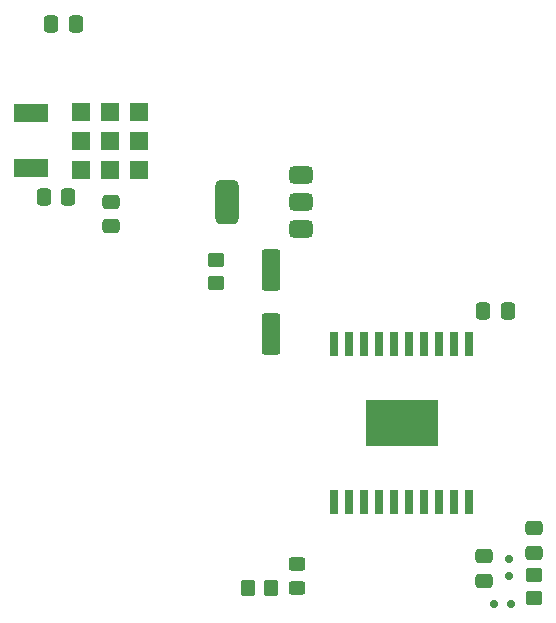
<source format=gbr>
%TF.GenerationSoftware,KiCad,Pcbnew,8.0.2*%
%TF.CreationDate,2024-10-27T19:27:45+01:00*%
%TF.ProjectId,CalkaBot_PCB,43616c6b-6142-46f7-945f-5043422e6b69,rev?*%
%TF.SameCoordinates,Original*%
%TF.FileFunction,Paste,Top*%
%TF.FilePolarity,Positive*%
%FSLAX46Y46*%
G04 Gerber Fmt 4.6, Leading zero omitted, Abs format (unit mm)*
G04 Created by KiCad (PCBNEW 8.0.2) date 2024-10-27 19:27:45*
%MOMM*%
%LPD*%
G01*
G04 APERTURE LIST*
G04 Aperture macros list*
%AMRoundRect*
0 Rectangle with rounded corners*
0 $1 Rounding radius*
0 $2 $3 $4 $5 $6 $7 $8 $9 X,Y pos of 4 corners*
0 Add a 4 corners polygon primitive as box body*
4,1,4,$2,$3,$4,$5,$6,$7,$8,$9,$2,$3,0*
0 Add four circle primitives for the rounded corners*
1,1,$1+$1,$2,$3*
1,1,$1+$1,$4,$5*
1,1,$1+$1,$6,$7*
1,1,$1+$1,$8,$9*
0 Add four rect primitives between the rounded corners*
20,1,$1+$1,$2,$3,$4,$5,0*
20,1,$1+$1,$4,$5,$6,$7,0*
20,1,$1+$1,$6,$7,$8,$9,0*
20,1,$1+$1,$8,$9,$2,$3,0*%
G04 Aperture macros list end*
%ADD10C,0.010000*%
%ADD11RoundRect,0.250000X-0.450000X0.325000X-0.450000X-0.325000X0.450000X-0.325000X0.450000X0.325000X0*%
%ADD12RoundRect,0.250000X-0.350000X-0.450000X0.350000X-0.450000X0.350000X0.450000X-0.350000X0.450000X0*%
%ADD13R,0.700000X2.000000*%
%ADD14RoundRect,0.250000X-0.450000X0.350000X-0.450000X-0.350000X0.450000X-0.350000X0.450000X0.350000X0*%
%ADD15RoundRect,0.250000X0.550000X-1.500000X0.550000X1.500000X-0.550000X1.500000X-0.550000X-1.500000X0*%
%ADD16RoundRect,0.375000X0.625000X0.375000X-0.625000X0.375000X-0.625000X-0.375000X0.625000X-0.375000X0*%
%ADD17RoundRect,0.500000X0.500000X1.400000X-0.500000X1.400000X-0.500000X-1.400000X0.500000X-1.400000X0*%
%ADD18RoundRect,0.250000X-0.337500X-0.475000X0.337500X-0.475000X0.337500X0.475000X-0.337500X0.475000X0*%
%ADD19RoundRect,0.250000X0.475000X-0.337500X0.475000X0.337500X-0.475000X0.337500X-0.475000X-0.337500X0*%
%ADD20RoundRect,0.150000X-0.200000X0.150000X-0.200000X-0.150000X0.200000X-0.150000X0.200000X0.150000X0*%
%ADD21RoundRect,0.250000X-0.475000X0.337500X-0.475000X-0.337500X0.475000X-0.337500X0.475000X0.337500X0*%
%ADD22R,3.000000X1.600000*%
%ADD23RoundRect,0.150000X0.150000X0.200000X-0.150000X0.200000X-0.150000X-0.200000X0.150000X-0.200000X0*%
%ADD24RoundRect,0.250000X0.450000X-0.350000X0.450000X0.350000X-0.450000X0.350000X-0.450000X-0.350000X0*%
G04 APERTURE END LIST*
D10*
%TO.C,CR1*%
X92415000Y-69900000D02*
X86413940Y-69900000D01*
X86413940Y-66099330D01*
X92415000Y-66099330D01*
X92415000Y-69900000D01*
G36*
X92415000Y-69900000D02*
G01*
X86413940Y-69900000D01*
X86413940Y-66099330D01*
X92415000Y-66099330D01*
X92415000Y-69900000D01*
G37*
%TO.C,U1*%
X62957500Y-42357500D02*
X61547500Y-42357500D01*
X61547500Y-40947500D01*
X62957500Y-40947500D01*
X62957500Y-42357500D01*
G36*
X62957500Y-42357500D02*
G01*
X61547500Y-42357500D01*
X61547500Y-40947500D01*
X62957500Y-40947500D01*
X62957500Y-42357500D01*
G37*
X62957500Y-44817500D02*
X61547500Y-44817500D01*
X61547500Y-43407500D01*
X62957500Y-43407500D01*
X62957500Y-44817500D01*
G36*
X62957500Y-44817500D02*
G01*
X61547500Y-44817500D01*
X61547500Y-43407500D01*
X62957500Y-43407500D01*
X62957500Y-44817500D01*
G37*
X62957500Y-47277500D02*
X61547500Y-47277500D01*
X61547500Y-45867500D01*
X62957500Y-45867500D01*
X62957500Y-47277500D01*
G36*
X62957500Y-47277500D02*
G01*
X61547500Y-47277500D01*
X61547500Y-45867500D01*
X62957500Y-45867500D01*
X62957500Y-47277500D01*
G37*
X65417500Y-42357500D02*
X64007500Y-42357500D01*
X64007500Y-40947500D01*
X65417500Y-40947500D01*
X65417500Y-42357500D01*
G36*
X65417500Y-42357500D02*
G01*
X64007500Y-42357500D01*
X64007500Y-40947500D01*
X65417500Y-40947500D01*
X65417500Y-42357500D01*
G37*
X65417500Y-44817500D02*
X64007500Y-44817500D01*
X64007500Y-43407500D01*
X65417500Y-43407500D01*
X65417500Y-44817500D01*
G36*
X65417500Y-44817500D02*
G01*
X64007500Y-44817500D01*
X64007500Y-43407500D01*
X65417500Y-43407500D01*
X65417500Y-44817500D01*
G37*
X65417500Y-47277500D02*
X64007500Y-47277500D01*
X64007500Y-45867500D01*
X65417500Y-45867500D01*
X65417500Y-47277500D01*
G36*
X65417500Y-47277500D02*
G01*
X64007500Y-47277500D01*
X64007500Y-45867500D01*
X65417500Y-45867500D01*
X65417500Y-47277500D01*
G37*
X67877500Y-42357500D02*
X66467500Y-42357500D01*
X66467500Y-40947500D01*
X67877500Y-40947500D01*
X67877500Y-42357500D01*
G36*
X67877500Y-42357500D02*
G01*
X66467500Y-42357500D01*
X66467500Y-40947500D01*
X67877500Y-40947500D01*
X67877500Y-42357500D01*
G37*
X67877500Y-44817500D02*
X66467500Y-44817500D01*
X66467500Y-43407500D01*
X67877500Y-43407500D01*
X67877500Y-44817500D01*
G36*
X67877500Y-44817500D02*
G01*
X66467500Y-44817500D01*
X66467500Y-43407500D01*
X67877500Y-43407500D01*
X67877500Y-44817500D01*
G37*
X67877500Y-47277500D02*
X66467500Y-47277500D01*
X66467500Y-45867500D01*
X67877500Y-45867500D01*
X67877500Y-47277500D01*
G36*
X67877500Y-47277500D02*
G01*
X66467500Y-47277500D01*
X66467500Y-45867500D01*
X67877500Y-45867500D01*
X67877500Y-47277500D01*
G37*
%TD*%
D11*
%TO.C,D4*%
X80600000Y-79975000D03*
X80600000Y-82025000D03*
%TD*%
D12*
%TO.C,R9*%
X76400000Y-82000000D03*
X78400000Y-82000000D03*
%TD*%
D13*
%TO.C,CR1*%
X95130000Y-61300000D03*
X93860000Y-61300000D03*
X92590000Y-61300000D03*
X91320000Y-61300000D03*
X90050000Y-61300000D03*
X88780000Y-61300000D03*
X87510000Y-61300000D03*
X86240000Y-61300000D03*
X84970000Y-61300000D03*
X83700000Y-61300000D03*
X83700000Y-74700000D03*
X84970000Y-74700000D03*
X86240000Y-74700000D03*
X87510000Y-74700000D03*
X88780000Y-74700000D03*
X90050000Y-74700000D03*
X91320000Y-74700000D03*
X92590000Y-74700000D03*
X93860000Y-74700000D03*
X95130000Y-74700000D03*
%TD*%
D14*
%TO.C,R8*%
X73700000Y-56200000D03*
X73700000Y-54200000D03*
%TD*%
D15*
%TO.C,C8*%
X78400000Y-60500000D03*
X78400000Y-55100000D03*
%TD*%
D16*
%TO.C,Q3*%
X80950000Y-49300000D03*
D17*
X74650000Y-49300000D03*
D16*
X80950000Y-51600000D03*
X80950000Y-47000000D03*
%TD*%
D18*
%TO.C,C1*%
X59762500Y-34200000D03*
X61837500Y-34200000D03*
%TD*%
D19*
%TO.C,C3*%
X100650000Y-78987500D03*
X100650000Y-76912500D03*
%TD*%
D20*
%TO.C,D1*%
X98500000Y-80950000D03*
X98500000Y-79550000D03*
%TD*%
D21*
%TO.C,C4*%
X96400000Y-81387500D03*
X96400000Y-79312500D03*
%TD*%
D22*
%TO.C,U1*%
X58062500Y-41812500D03*
X58062500Y-46412500D03*
%TD*%
D18*
%TO.C,C2*%
X59162500Y-48900000D03*
X61237500Y-48900000D03*
%TD*%
D23*
%TO.C,D2*%
X98700000Y-83350000D03*
X97300000Y-83350000D03*
%TD*%
D19*
%TO.C,C9*%
X64862500Y-51350000D03*
X64862500Y-49275000D03*
%TD*%
D24*
%TO.C,R2*%
X100650000Y-82850000D03*
X100650000Y-80850000D03*
%TD*%
D18*
%TO.C,C7*%
X96362500Y-58500000D03*
X98437500Y-58500000D03*
%TD*%
M02*

</source>
